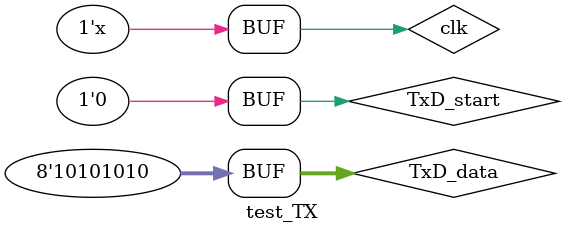
<source format=v>
`timescale 1ns / 1ps


module test_TX;

	// Inputs
	reg clk;
	reg TxD_start;
	reg [7:0] TxD_data;

	// Outputs
	wire TxD;
	wire TxD_busy;

	// Instantiate the Unit Under Test (UUT)
	UART_Tx uut (
		.clk(clk), 
		.TxD_start(TxD_start), 
		.TxD_data(TxD_data), 
		.TxD(TxD), 
		.TxD_busy(TxD_busy)
	);

	initial begin
		// Initialize Inputs
		clk = 0;
		TxD_start = 0;
		TxD_data = 0;

		// Wait 100 ns for global reset to finish
		#100;
        
		// Add stimulus here
		TxD_data = 8'b10101010;
		TxD_start = 1'b1;
		#10;
		TxD_start = 1'b0;
		
	end
	
	always begin
		clk = ~clk;
		#5;
	end
      
endmodule


</source>
